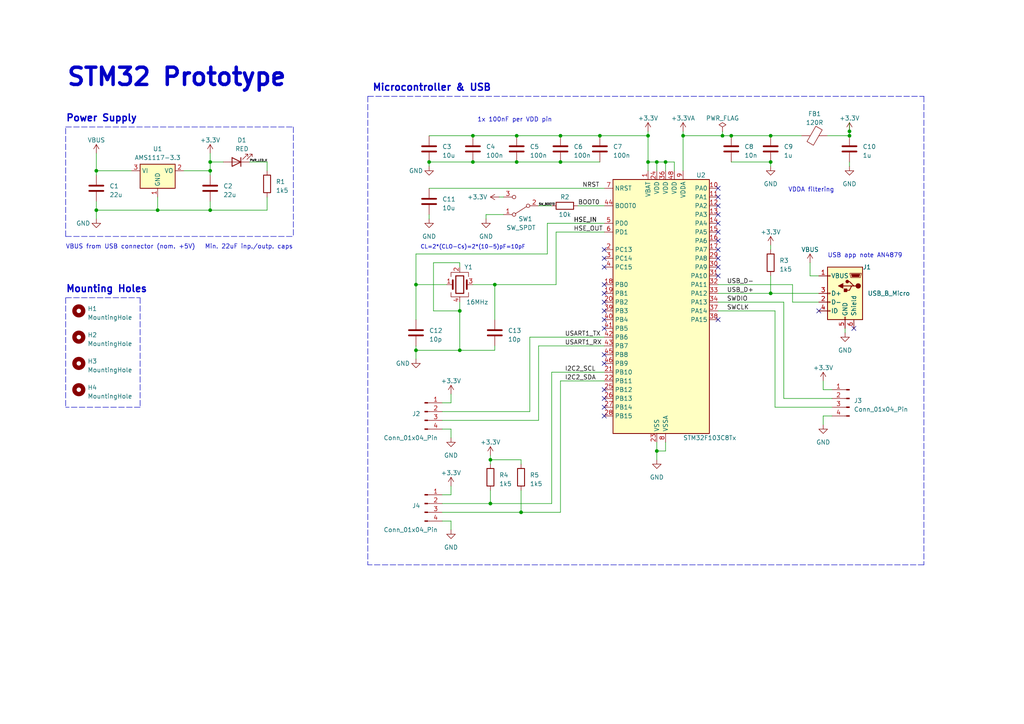
<source format=kicad_sch>
(kicad_sch (version 20230121) (generator eeschema)
  (paper "A4")
  (title_block (title "STM32 Prototype") (date "2023-05-26") (rev "0.1") (company "Udemy Course - Phils Lab"))
  (lib_symbols
    (symbol "Connector:Conn_01x04_Pin" (pin_names (offset 1.016) hide)
      (property "Reference" "J" (at 0 5.08 0))
      (property "Value" "Conn_01x04_Pin" (at 0 -7.62 0))
      (symbol "Conn_01x04_Pin_1_1"
        (polyline (pts (xy 1.27 -5.08) (xy 0.8636 -5.08)) (stroke (width 0.1524)))
        (polyline (pts (xy 1.27 -2.54) (xy 0.8636 -2.54)) (stroke (width 0.1524)))
        (polyline (pts (xy 1.27 0) (xy 0.8636 0)) (stroke (width 0.1524)))
        (polyline (pts (xy 1.27 2.54) (xy 0.8636 2.54)) (stroke (width 0.1524)))
        (rectangle (start 0.8636 -4.953) (end 0 -5.207) (stroke (width 0.1524)) (fill (type outline)))
        (rectangle (start 0.8636 -2.413) (end 0 -2.667) (stroke (width 0.1524)) (fill (type outline)))
        (rectangle (start 0.8636 0.127) (end 0 -0.127) (stroke (width 0.1524)) (fill (type outline)))
        (rectangle (start 0.8636 2.667) (end 0 2.413) (stroke (width 0.1524)) (fill (type outline)))
        (pin passive line (at 5.08 2.54 180) (length 3.81) (name "Pin_1") (number "1"))
        (pin passive line (at 5.08 0 180) (length 3.81) (name "Pin_2") (number "2"))
        (pin passive line (at 5.08 -2.54 180) (length 3.81) (name "Pin_3") (number "3"))
        (pin passive line (at 5.08 -5.08 180) (length 3.81) (name "Pin_4") (number "4"))
      )
    )
    (symbol "Connector:USB_B_Micro" (pin_names (offset 1.016))
      (property "Reference" "J" (at -5.08 11.43 0))
      (property "Value" "USB_B_Micro" (at -5.08 8.89 0))
      (symbol "USB_B_Micro_0_1"
        (rectangle (start -5.08 -7.62) (end 5.08 7.62) (stroke (width 0.254)) (fill (type background)))
        (circle (center -3.81 2.159) (radius 0.635) (stroke (width 0.254)) (fill (type outline)))
        (circle (center -0.635 3.429) (radius 0.381) (stroke (width 0.254)) (fill (type outline)))
        (rectangle (start -0.127 -7.62) (end 0.127 -6.858))
        (polyline (pts (xy -1.905 2.159) (xy 0.635 2.159)) (stroke (width 0.254)))
        (polyline (pts (xy -3.175 2.159) (xy -2.54 2.159) (xy -1.27 3.429) (xy -0.635 3.429)) (stroke (width 0.254)))
        (polyline (pts (xy -2.54 2.159) (xy -1.905 2.159) (xy -1.27 0.889) (xy 0 0.889)) (stroke (width 0.254)))
        (polyline (pts (xy 0.635 2.794) (xy 0.635 1.524) (xy 1.905 2.159) (xy 0.635 2.794)) (stroke (width 0.254)) (fill (type outline)))
        (polyline (pts (xy -4.318 5.588) (xy -1.778 5.588) (xy -2.032 4.826) (xy -4.064 4.826) (xy -4.318 5.588)) (fill (type outline)))
        (polyline (pts (xy -4.699 5.842) (xy -4.699 5.588) (xy -4.445 4.826) (xy -4.445 4.572) (xy -1.651 4.572) (xy -1.651 4.826) (xy -1.397 5.588) (xy -1.397 5.842) (xy -4.699 5.842)))
        (rectangle (start 0.254 1.27) (end -0.508 0.508) (stroke (width 0.254)) (fill (type outline)))
        (rectangle (start 5.08 -5.207) (end 4.318 -4.953))
        (rectangle (start 5.08 -2.667) (end 4.318 -2.413))
        (rectangle (start 5.08 -0.127) (end 4.318 0.127))
        (rectangle (start 5.08 4.953) (end 4.318 5.207))
      )
      (symbol "USB_B_Micro_1_1"
        (pin power_out line (at 7.62 5.08 180) (length 2.54) (name "VBUS") (number "1"))
        (pin bidirectional line (at 7.62 -2.54 180) (length 2.54) (name "D-") (number "2"))
        (pin bidirectional line (at 7.62 0 180) (length 2.54) (name "D+") (number "3"))
        (pin passive line (at 7.62 -5.08 180) (length 2.54) (name "ID") (number "4"))
        (pin power_out line (at 0 -10.16 90) (length 2.54) (name "GND") (number "5"))
        (pin passive line (at -2.54 -10.16 90) (length 2.54) (name "Shield") (number "6"))
      )
    )
    (symbol "Device:C" (pin_numbers hide) (pin_names (offset 0.254))
      (property "Reference" "C" (at 0.635 2.54 0))
      (property "Value" "C" (at 0.635 -2.54 0))
      (symbol "C_0_1"
        (polyline (pts (xy -2.032 -0.762) (xy 2.032 -0.762)) (stroke (width 0.508)))
        (polyline (pts (xy -2.032 0.762) (xy 2.032 0.762)) (stroke (width 0.508)))
      )
      (symbol "C_1_1"
        (pin passive line (at 0 3.81 270) (length 2.794) (name "~") (number "1"))
        (pin passive line (at 0 -3.81 90) (length 2.794) (name "~") (number "2"))
      )
    )
    (symbol "Device:Crystal_GND24" (pin_names (offset 1.016) hide)
      (property "Reference" "Y" (at 3.175 5.08 0))
      (property "Value" "Crystal_GND24" (at 3.175 3.175 0))
      (symbol "Crystal_GND24_0_1"
        (rectangle (start -1.143 2.54) (end 1.143 -2.54) (stroke (width 0.3048)))
        (polyline (pts (xy -2.54 0) (xy -2.032 0)))
        (polyline (pts (xy -2.032 -1.27) (xy -2.032 1.27)) (stroke (width 0.508)))
        (polyline (pts (xy 0 -3.81) (xy 0 -3.556)))
        (polyline (pts (xy 0 3.556) (xy 0 3.81)))
        (polyline (pts (xy 2.032 -1.27) (xy 2.032 1.27)) (stroke (width 0.508)))
        (polyline (pts (xy 2.032 0) (xy 2.54 0)))
        (polyline (pts (xy -2.54 -2.286) (xy -2.54 -3.556) (xy 2.54 -3.556) (xy 2.54 -2.286)))
        (polyline (pts (xy -2.54 2.286) (xy -2.54 3.556) (xy 2.54 3.556) (xy 2.54 2.286)))
      )
      (symbol "Crystal_GND24_1_1"
        (pin passive line (at -3.81 0 0) (length 1.27) (name "1") (number "1"))
        (pin passive line (at 0 5.08 270) (length 1.27) (name "2") (number "2"))
        (pin passive line (at 3.81 0 180) (length 1.27) (name "3") (number "3"))
        (pin passive line (at 0 -5.08 90) (length 1.27) (name "4") (number "4"))
      )
    )
    (symbol "Device:FerriteBead" (pin_numbers hide) (pin_names (offset 0))
      (property "Reference" "FB" (at -3.81 0.635 90))
      (property "Value" "FerriteBead" (at 3.81 0 90))
      (symbol "FerriteBead_0_1"
        (polyline (pts (xy 0 -1.27) (xy 0 -1.2192)))
        (polyline (pts (xy 0 1.27) (xy 0 1.2954)))
        (polyline (pts (xy -2.7686 0.4064) (xy -1.7018 2.2606) (xy 2.7686 -0.3048) (xy 1.6764 -2.159) (xy -2.7686 0.4064)))
      )
      (symbol "FerriteBead_1_1"
        (pin passive line (at 0 3.81 270) (length 2.54) (name "~") (number "1"))
        (pin passive line (at 0 -3.81 90) (length 2.54) (name "~") (number "2"))
      )
    )
    (symbol "Device:LED" (pin_numbers hide) (pin_names (offset 1.016) hide)
      (property "Reference" "D" (at 0 2.54 0))
      (property "Value" "LED" (at 0 -2.54 0))
      (symbol "LED_0_1"
        (polyline (pts (xy -1.27 -1.27) (xy -1.27 1.27)) (stroke (width 0.254)))
        (polyline (pts (xy -1.27 0) (xy 1.27 0)))
        (polyline (pts (xy 1.27 -1.27) (xy 1.27 1.27) (xy -1.27 0) (xy 1.27 -1.27)) (stroke (width 0.254)))
        (polyline (pts (xy -3.048 -0.762) (xy -4.572 -2.286) (xy -3.81 -2.286) (xy -4.572 -2.286) (xy -4.572 -1.524)))
        (polyline (pts (xy -1.778 -0.762) (xy -3.302 -2.286) (xy -2.54 -2.286) (xy -3.302 -2.286) (xy -3.302 -1.524)))
      )
      (symbol "LED_1_1"
        (pin passive line (at -3.81 0 0) (length 2.54) (name "K") (number "1"))
        (pin passive line (at 3.81 0 180) (length 2.54) (name "A") (number "2"))
      )
    )
    (symbol "Device:R" (pin_numbers hide) (pin_names (offset 0))
      (property "Reference" "R" (at 2.032 0 90))
      (property "Value" "R" (at 0 0 90))
      (symbol "R_0_1"
        (rectangle (start -1.016 -2.54) (end 1.016 2.54) (stroke (width 0.254)))
      )
      (symbol "R_1_1"
        (pin passive line (at 0 3.81 270) (length 1.27) (name "~") (number "1"))
        (pin passive line (at 0 -3.81 90) (length 1.27) (name "~") (number "2"))
      )
    )
    (symbol "MCU_ST_STM32F1:STM32F103C8Tx"
      (property "Reference" "U" (at -12.7 39.37 0))
      (property "Value" "STM32F103C8Tx" (at 10.16 39.37 0))
      (symbol "STM32F103C8Tx_0_1"
        (rectangle (start -12.7 -35.56) (end 15.24 38.1) (stroke (width 0.254)) (fill (type background)))
      )
      (symbol "STM32F103C8Tx_1_1"
        (pin power_in line (at -2.54 40.64 270) (length 2.54) (name "VBAT") (number "1"))
        (pin bidirectional line (at 17.78 35.56 180) (length 2.54) (name "PA0") (number "10"))
        (pin bidirectional line (at 17.78 33.02 180) (length 2.54) (name "PA1") (number "11"))
        (pin bidirectional line (at 17.78 30.48 180) (length 2.54) (name "PA2") (number "12"))
        (pin bidirectional line (at 17.78 27.94 180) (length 2.54) (name "PA3") (number "13"))
        (pin bidirectional line (at 17.78 25.4 180) (length 2.54) (name "PA4") (number "14"))
        (pin bidirectional line (at 17.78 22.86 180) (length 2.54) (name "PA5") (number "15"))
        (pin bidirectional line (at 17.78 20.32 180) (length 2.54) (name "PA6") (number "16"))
        (pin bidirectional line (at 17.78 17.78 180) (length 2.54) (name "PA7") (number "17"))
        (pin bidirectional line (at -15.24 7.62 0) (length 2.54) (name "PB0") (number "18"))
        (pin bidirectional line (at -15.24 5.08 0) (length 2.54) (name "PB1") (number "19"))
        (pin bidirectional line (at -15.24 17.78 0) (length 2.54) (name "PC13") (number "2"))
        (pin bidirectional line (at -15.24 2.54 0) (length 2.54) (name "PB2") (number "20"))
        (pin bidirectional line (at -15.24 -17.78 0) (length 2.54) (name "PB10") (number "21"))
        (pin bidirectional line (at -15.24 -20.32 0) (length 2.54) (name "PB11") (number "22"))
        (pin power_in line (at 0 -38.1 90) (length 2.54) (name "VSS") (number "23"))
        (pin power_in line (at 0 40.64 270) (length 2.54) (name "VDD") (number "24"))
        (pin bidirectional line (at -15.24 -22.86 0) (length 2.54) (name "PB12") (number "25"))
        (pin bidirectional line (at -15.24 -25.4 0) (length 2.54) (name "PB13") (number "26"))
        (pin bidirectional line (at -15.24 -27.94 0) (length 2.54) (name "PB14") (number "27"))
        (pin bidirectional line (at -15.24 -30.48 0) (length 2.54) (name "PB15") (number "28"))
        (pin bidirectional line (at 17.78 15.24 180) (length 2.54) (name "PA8") (number "29"))
        (pin bidirectional line (at -15.24 15.24 0) (length 2.54) (name "PC14") (number "3"))
        (pin bidirectional line (at 17.78 12.7 180) (length 2.54) (name "PA9") (number "30"))
        (pin bidirectional line (at 17.78 10.16 180) (length 2.54) (name "PA10") (number "31"))
        (pin bidirectional line (at 17.78 7.62 180) (length 2.54) (name "PA11") (number "32"))
        (pin bidirectional line (at 17.78 5.08 180) (length 2.54) (name "PA12") (number "33"))
        (pin bidirectional line (at 17.78 2.54 180) (length 2.54) (name "PA13") (number "34"))
        (pin passive line (at 0 -38.1 90) (length 2.54) hide (name "VSS") (number "35"))
        (pin power_in line (at 2.54 40.64 270) (length 2.54) (name "VDD") (number "36"))
        (pin bidirectional line (at 17.78 0 180) (length 2.54) (name "PA14") (number "37"))
        (pin bidirectional line (at 17.78 -2.54 180) (length 2.54) (name "PA15") (number "38"))
        (pin bidirectional line (at -15.24 0 0) (length 2.54) (name "PB3") (number "39"))
        (pin bidirectional line (at -15.24 12.7 0) (length 2.54) (name "PC15") (number "4"))
        (pin bidirectional line (at -15.24 -2.54 0) (length 2.54) (name "PB4") (number "40"))
        (pin bidirectional line (at -15.24 -5.08 0) (length 2.54) (name "PB5") (number "41"))
        (pin bidirectional line (at -15.24 -7.62 0) (length 2.54) (name "PB6") (number "42"))
        (pin bidirectional line (at -15.24 -10.16 0) (length 2.54) (name "PB7") (number "43"))
        (pin input line (at -15.24 30.48 0) (length 2.54) (name "BOOT0") (number "44"))
        (pin bidirectional line (at -15.24 -12.7 0) (length 2.54) (name "PB8") (number "45"))
        (pin bidirectional line (at -15.24 -15.24 0) (length 2.54) (name "PB9") (number "46"))
        (pin passive line (at 0 -38.1 90) (length 2.54) hide (name "VSS") (number "47"))
        (pin power_in line (at 5.08 40.64 270) (length 2.54) (name "VDD") (number "48"))
        (pin bidirectional line (at -15.24 25.4 0) (length 2.54) (name "PD0") (number "5"))
        (pin bidirectional line (at -15.24 22.86 0) (length 2.54) (name "PD1") (number "6"))
        (pin input line (at -15.24 35.56 0) (length 2.54) (name "NRST") (number "7"))
        (pin power_in line (at 2.54 -38.1 90) (length 2.54) (name "VSSA") (number "8"))
        (pin power_in line (at 7.62 40.64 270) (length 2.54) (name "VDDA") (number "9"))
      )
    )
    (symbol "Mechanical:MountingHole" (pin_names (offset 1.016))
      (property "Reference" "H" (at 0 5.08 0))
      (property "Value" "MountingHole" (at 0 3.175 0))
      (symbol "MountingHole_0_1"
        (circle (center 0 0) (radius 1.27) (stroke (width 1.27)))
      )
    )
    (symbol "Regulator_Linear:AMS1117-3.3"
      (property "Reference" "U" (at -3.81 3.175 0))
      (property "Value" "AMS1117-3.3" (at 0 3.175 0))
      (symbol "AMS1117-3.3_0_1"
        (rectangle (start -5.08 -5.08) (end 5.08 1.905) (stroke (width 0.254)) (fill (type background)))
      )
      (symbol "AMS1117-3.3_1_1"
        (pin power_in line (at 0 -7.62 90) (length 2.54) (name "GND") (number "1"))
        (pin power_out line (at 7.62 0 180) (length 2.54) (name "VO") (number "2"))
        (pin power_in line (at -7.62 0 0) (length 2.54) (name "VI") (number "3"))
      )
    )
    (symbol "Switch:SW_SPDT" (pin_names (offset 0) hide)
      (property "Reference" "SW" (at 0 4.318 0))
      (property "Value" "SW_SPDT" (at 0 -5.08 0))
      (symbol "SW_SPDT_0_0"
        (circle (center -2.032 0) (radius 0.508))
        (circle (center 2.032 -2.54) (radius 0.508))
      )
      (symbol "SW_SPDT_0_1"
        (polyline (pts (xy -1.524 0.254) (xy 1.651 2.286)))
        (circle (center 2.032 2.54) (radius 0.508))
      )
      (symbol "SW_SPDT_1_1"
        (pin passive line (at 5.08 2.54 180) (length 2.54) (name "A") (number "1"))
        (pin passive line (at -5.08 0 0) (length 2.54) (name "B") (number "2"))
        (pin passive line (at 5.08 -2.54 180) (length 2.54) (name "C") (number "3"))
      )
    )
    (symbol "power:+3.3V" (power) (pin_names (offset 0))
      (property "Value" "+3.3V" (at 0 3.556 0))
      (symbol "+3.3V_0_1"
        (polyline (pts (xy -0.762 1.27) (xy 0 2.54)))
        (polyline (pts (xy 0 0) (xy 0 2.54)))
        (polyline (pts (xy 0 2.54) (xy 0.762 1.27)))
      )
      (symbol "+3.3V_1_1"
        (pin power_in line (at 0 0 90) (length 0) hide (name "+3.3V") (number "1"))
      )
    )
    (symbol "power:+3.3VA" (power) (pin_names (offset 0))
      (property "Value" "+3.3VA" (at 0 3.556 0))
      (symbol "+3.3VA_0_1"
        (polyline (pts (xy -0.762 1.27) (xy 0 2.54)))
        (polyline (pts (xy 0 0) (xy 0 2.54)))
        (polyline (pts (xy 0 2.54) (xy 0.762 1.27)))
      )
      (symbol "+3.3VA_1_1"
        (pin power_in line (at 0 0 90) (length 0) hide (name "+3.3VA") (number "1"))
      )
    )
    (symbol "power:GND" (power) (pin_names (offset 0))
      (property "Value" "GND" (at 0 -3.81 0))
      (symbol "GND_0_1"
        (polyline (pts (xy 0 0) (xy 0 -1.27) (xy 1.27 -1.27) (xy 0 -2.54) (xy -1.27 -1.27) (xy 0 -1.27)))
      )
      (symbol "GND_1_1"
        (pin power_in line (at 0 0 270) (length 0) hide (name "GND") (number "1"))
      )
    )
    (symbol "power:PWR_FLAG" (power) (pin_numbers hide) (pin_names (offset 0) hide)
      (property "Value" "PWR_FLAG" (at 0 3.81 0))
      (symbol "PWR_FLAG_0_0"
        (pin power_out line (at 0 0 90) (length 0) (name "pwr") (number "1"))
      )
      (symbol "PWR_FLAG_0_1"
        (polyline (pts (xy 0 0) (xy 0 1.27) (xy -1.016 1.905) (xy 0 2.54) (xy 1.016 1.905) (xy 0 1.27)))
      )
    )
    (symbol "power:VBUS" (power) (pin_names (offset 0))
      (property "Value" "VBUS" (at 0 3.81 0))
      (symbol "VBUS_0_1"
        (polyline (pts (xy -0.762 1.27) (xy 0 2.54)))
        (polyline (pts (xy 0 0) (xy 0 2.54)))
        (polyline (pts (xy 0 2.54) (xy 0.762 1.27)))
      )
      (symbol "VBUS_1_1"
        (pin power_in line (at 0 0 90) (length 0) hide (name "VBUS") (number "1"))
      )
    )
  )
  (junction (at 187.96 46.99))
  (junction (at 137.16 46.99))
  (junction (at 173.99 39.37))
  (junction (at 60.96 60.96))
  (junction (at 246.38 39.37))
  (junction (at 193.04 46.99))
  (junction (at 209.55 39.37))
  (junction (at 60.96 49.53))
  (junction (at 137.16 39.37))
  (junction (at 27.94 60.96))
  (junction (at 143.51 82.55))
  (junction (at 149.86 39.37))
  (junction (at 120.65 101.6))
  (junction (at 190.5 130.81))
  (junction (at 45.72 60.96))
  (junction (at 187.96 39.37))
  (junction (at 223.52 39.37))
  (junction (at 27.94 49.53))
  (junction (at 124.46 46.99))
  (junction (at 142.24 146.05))
  (junction (at 120.65 82.55))
  (junction (at 162.56 46.99))
  (junction (at 212.09 39.37))
  (junction (at 190.5 46.99))
  (junction (at 246.38 38.1))
  (junction (at 151.13 148.59))
  (junction (at 133.35 101.6))
  (junction (at 149.86 46.99))
  (junction (at 60.96 46.99))
  (junction (at 198.12 39.37))
  (junction (at 133.35 90.17))
  (junction (at 223.52 85.09))
  (junction (at 162.56 39.37))
  (junction (at 142.24 133.35))
  (junction (at 223.52 46.99))
  (no_connect (at 208.28 72.39))
  (no_connect (at 208.28 92.71))
  (no_connect (at 208.28 59.69))
  (no_connect (at 175.26 120.65))
  (no_connect (at 175.26 90.17))
  (no_connect (at 175.26 102.87))
  (no_connect (at 175.26 72.39))
  (no_connect (at 208.28 67.31))
  (no_connect (at 175.26 77.47))
  (no_connect (at 175.26 115.57))
  (no_connect (at 208.28 62.23))
  (no_connect (at 175.26 82.55))
  (no_connect (at 237.49 90.17))
  (no_connect (at 175.26 87.63))
  (no_connect (at 208.28 80.01))
  (no_connect (at 175.26 105.41))
  (no_connect (at 208.28 54.61))
  (no_connect (at 208.28 74.93))
  (no_connect (at 175.26 85.09))
  (no_connect (at 175.26 113.03))
  (no_connect (at 175.26 92.71))
  (no_connect (at 208.28 69.85))
  (no_connect (at 208.28 64.77))
  (no_connect (at 175.26 74.93))
  (no_connect (at 247.65 95.25))
  (no_connect (at 175.26 95.25))
  (no_connect (at 208.28 77.47))
  (no_connect (at 208.28 57.15))
  (no_connect (at 175.26 118.11))
  (wire (pts (xy 190.5 128.27) (xy 190.5 130.81)))
  (wire (pts (xy 238.76 113.03) (xy 241.3 113.03)))
  (wire (pts (xy 124.46 46.99) (xy 137.16 46.99)))
  (wire (pts (xy 246.38 35.56) (xy 246.38 38.1)))
  (wire (pts (xy 187.96 38.1) (xy 187.96 39.37)))
  (wire (pts (xy 229.87 87.63) (xy 229.87 82.55)))
  (wire (pts (xy 246.38 38.1) (xy 246.38 39.37)))
  (wire (pts (xy 158.75 64.77) (xy 175.26 64.77)))
  (wire (pts (xy 193.04 130.81) (xy 193.04 128.27)))
  (wire (pts (xy 140.97 62.23) (xy 146.05 62.23)))
  (wire (pts (xy 156.21 121.92) (xy 128.27 121.92)))
  (wire (pts (xy 60.96 46.99) (xy 64.77 46.99)))
  (polyline (pts (xy 85.09 36.83) (xy 85.09 68.58)) (stroke (width 0) (type dash)))
  (wire (pts (xy 212.09 46.99) (xy 223.52 46.99)))
  (wire (pts (xy 133.35 87.63) (xy 133.35 90.17)))
  (wire (pts (xy 238.76 120.65) (xy 238.76 123.19)))
  (wire (pts (xy 151.13 133.35) (xy 142.24 133.35)))
  (wire (pts (xy 246.38 46.99) (xy 246.38 48.26)))
  (wire (pts (xy 142.24 133.35) (xy 142.24 134.62)))
  (wire (pts (xy 128.27 124.46) (xy 130.81 124.46)))
  (wire (pts (xy 130.81 140.97) (xy 130.81 143.51)))
  (wire (pts (xy 156.21 100.33) (xy 156.21 121.92)))
  (wire (pts (xy 187.96 39.37) (xy 187.96 46.99)))
  (wire (pts (xy 162.56 148.59) (xy 151.13 148.59)))
  (wire (pts (xy 158.75 64.77) (xy 158.75 73.66)))
  (wire (pts (xy 190.5 130.81) (xy 190.5 133.35)))
  (wire (pts (xy 245.11 95.25) (xy 245.11 96.52)))
  (wire (pts (xy 128.27 151.13) (xy 130.81 151.13)))
  (wire (pts (xy 208.28 90.17) (xy 224.79 90.17)))
  (wire (pts (xy 223.52 46.99) (xy 223.52 48.26)))
  (wire (pts (xy 77.47 46.99) (xy 77.47 49.53)))
  (wire (pts (xy 224.79 90.17) (xy 224.79 118.11)))
  (wire (pts (xy 77.47 57.15) (xy 77.47 60.96)))
  (wire (pts (xy 53.34 49.53) (xy 60.96 49.53)))
  (wire (pts (xy 198.12 39.37) (xy 198.12 49.53)))
  (wire (pts (xy 234.95 76.2) (xy 234.95 80.01)))
  (polyline (pts (xy 106.68 27.94) (xy 106.68 163.83)) (stroke (width 0) (type dash)))
  (wire (pts (xy 209.55 38.1) (xy 209.55 39.37)))
  (wire (pts (xy 133.35 101.6) (xy 120.65 101.6)))
  (wire (pts (xy 27.94 49.53) (xy 27.94 50.8)))
  (wire (pts (xy 133.35 77.47) (xy 133.35 76.2)))
  (wire (pts (xy 161.29 67.31) (xy 161.29 82.55)))
  (wire (pts (xy 137.16 82.55) (xy 143.51 82.55)))
  (polyline (pts (xy 19.05 68.58) (xy 85.09 68.58)) (stroke (width 0) (type dash)))
  (wire (pts (xy 153.67 97.79) (xy 175.26 97.79)))
  (polyline (pts (xy 40.64 86.36) (xy 40.64 118.11)) (stroke (width 0) (type dash)))
  (wire (pts (xy 149.86 46.99) (xy 162.56 46.99)))
  (wire (pts (xy 151.13 148.59) (xy 128.27 148.59)))
  (wire (pts (xy 193.04 46.99) (xy 193.04 49.53)))
  (wire (pts (xy 130.81 151.13) (xy 130.81 153.67)))
  (wire (pts (xy 234.95 80.01) (xy 237.49 80.01)))
  (wire (pts (xy 223.52 39.37) (xy 212.09 39.37)))
  (wire (pts (xy 124.46 39.37) (xy 137.16 39.37)))
  (wire (pts (xy 124.46 63.5) (xy 124.46 62.23)))
  (wire (pts (xy 27.94 44.45) (xy 27.94 49.53)))
  (wire (pts (xy 142.24 146.05) (xy 128.27 146.05)))
  (wire (pts (xy 223.52 71.12) (xy 223.52 72.39)))
  (polyline (pts (xy 19.05 68.58) (xy 19.05 36.83)) (stroke (width 0) (type dash)))
  (wire (pts (xy 120.65 73.66) (xy 120.65 82.55)))
  (wire (pts (xy 120.65 100.33) (xy 120.65 101.6)))
  (wire (pts (xy 151.13 142.24) (xy 151.13 148.59)))
  (wire (pts (xy 143.51 82.55) (xy 161.29 82.55)))
  (wire (pts (xy 161.29 67.31) (xy 175.26 67.31)))
  (wire (pts (xy 72.39 46.99) (xy 77.47 46.99)))
  (wire (pts (xy 162.56 110.49) (xy 162.56 148.59)))
  (wire (pts (xy 60.96 49.53) (xy 60.96 50.8)))
  (wire (pts (xy 60.96 44.45) (xy 60.96 46.99)))
  (wire (pts (xy 160.02 107.95) (xy 175.26 107.95)))
  (wire (pts (xy 223.52 80.01) (xy 223.52 85.09)))
  (wire (pts (xy 241.3 120.65) (xy 238.76 120.65)))
  (wire (pts (xy 151.13 134.62) (xy 151.13 133.35)))
  (wire (pts (xy 173.99 39.37) (xy 187.96 39.37)))
  (wire (pts (xy 137.16 39.37) (xy 149.86 39.37)))
  (wire (pts (xy 133.35 76.2) (xy 125.73 76.2)))
  (wire (pts (xy 227.33 87.63) (xy 227.33 115.57)))
  (wire (pts (xy 208.28 87.63) (xy 227.33 87.63)))
  (polyline (pts (xy 106.68 27.94) (xy 267.97 27.94)) (stroke (width 0) (type dash)))
  (wire (pts (xy 60.96 60.96) (xy 60.96 58.42)))
  (wire (pts (xy 60.96 46.99) (xy 60.96 49.53)))
  (wire (pts (xy 149.86 39.37) (xy 162.56 39.37)))
  (wire (pts (xy 240.03 39.37) (xy 246.38 39.37)))
  (wire (pts (xy 146.05 57.15) (xy 144.78 57.15)))
  (wire (pts (xy 124.46 54.61) (xy 175.26 54.61)))
  (wire (pts (xy 158.75 73.66) (xy 120.65 73.66)))
  (wire (pts (xy 224.79 118.11) (xy 241.3 118.11)))
  (polyline (pts (xy 267.97 27.94) (xy 267.97 163.83)) (stroke (width 0) (type dash)))
  (wire (pts (xy 125.73 90.17) (xy 133.35 90.17)))
  (polyline (pts (xy 40.64 118.11) (xy 19.05 118.11)) (stroke (width 0) (type dash)))
  (polyline (pts (xy 19.05 86.36) (xy 19.05 118.11)) (stroke (width 0) (type dash)))
  (wire (pts (xy 187.96 46.99) (xy 190.5 46.99)))
  (wire (pts (xy 143.51 101.6) (xy 133.35 101.6)))
  (wire (pts (xy 27.94 60.96) (xy 27.94 63.5)))
  (polyline (pts (xy 267.97 163.83) (xy 106.68 163.83)) (stroke (width 0) (type dash)))
  (wire (pts (xy 190.5 46.99) (xy 190.5 49.53)))
  (wire (pts (xy 238.76 110.49) (xy 238.76 113.03)))
  (wire (pts (xy 120.65 82.55) (xy 129.54 82.55)))
  (polyline (pts (xy 19.05 36.83) (xy 85.09 36.83)) (stroke (width 0) (type dash)))
  (wire (pts (xy 142.24 142.24) (xy 142.24 146.05)))
  (wire (pts (xy 130.81 124.46) (xy 130.81 127)))
  (wire (pts (xy 212.09 39.37) (xy 209.55 39.37)))
  (wire (pts (xy 153.67 119.38) (xy 128.27 119.38)))
  (wire (pts (xy 208.28 82.55) (xy 229.87 82.55)))
  (wire (pts (xy 187.96 46.99) (xy 187.96 49.53)))
  (wire (pts (xy 223.52 85.09) (xy 237.49 85.09)))
  (wire (pts (xy 133.35 90.17) (xy 133.35 101.6)))
  (wire (pts (xy 160.02 107.95) (xy 160.02 146.05)))
  (wire (pts (xy 140.97 62.23) (xy 140.97 63.5)))
  (wire (pts (xy 153.67 97.79) (xy 153.67 119.38)))
  (wire (pts (xy 143.51 100.33) (xy 143.51 101.6)))
  (wire (pts (xy 45.72 57.15) (xy 45.72 60.96)))
  (wire (pts (xy 190.5 46.99) (xy 193.04 46.99)))
  (wire (pts (xy 209.55 39.37) (xy 198.12 39.37)))
  (wire (pts (xy 143.51 82.55) (xy 143.51 92.71)))
  (wire (pts (xy 160.02 146.05) (xy 142.24 146.05)))
  (wire (pts (xy 142.24 132.08) (xy 142.24 133.35)))
  (wire (pts (xy 130.81 116.84) (xy 128.27 116.84)))
  (wire (pts (xy 162.56 46.99) (xy 173.99 46.99)))
  (wire (pts (xy 124.46 46.99) (xy 124.46 48.26)))
  (wire (pts (xy 156.21 59.69) (xy 160.02 59.69)))
  (wire (pts (xy 77.47 60.96) (xy 60.96 60.96)))
  (wire (pts (xy 130.81 143.51) (xy 128.27 143.51)))
  (wire (pts (xy 120.65 101.6) (xy 120.65 104.14)))
  (wire (pts (xy 27.94 60.96) (xy 45.72 60.96)))
  (wire (pts (xy 167.64 59.69) (xy 175.26 59.69)))
  (wire (pts (xy 198.12 38.1) (xy 198.12 39.37)))
  (polyline (pts (xy 19.05 86.36) (xy 40.64 86.36)) (stroke (width 0) (type dash)))
  (wire (pts (xy 208.28 85.09) (xy 223.52 85.09)))
  (wire (pts (xy 125.73 76.2) (xy 125.73 90.17)))
  (wire (pts (xy 137.16 46.99) (xy 149.86 46.99)))
  (wire (pts (xy 45.72 60.96) (xy 60.96 60.96)))
  (wire (pts (xy 195.58 46.99) (xy 195.58 49.53)))
  (wire (pts (xy 162.56 110.49) (xy 175.26 110.49)))
  (wire (pts (xy 190.5 130.81) (xy 193.04 130.81)))
  (wire (pts (xy 130.81 114.3) (xy 130.81 116.84)))
  (wire (pts (xy 193.04 46.99) (xy 195.58 46.99)))
  (wire (pts (xy 120.65 82.55) (xy 120.65 92.71)))
  (wire (pts (xy 38.1 49.53) (xy 27.94 49.53)))
  (wire (pts (xy 227.33 115.57) (xy 241.3 115.57)))
  (wire (pts (xy 223.52 39.37) (xy 232.41 39.37)))
  (wire (pts (xy 237.49 87.63) (xy 229.87 87.63)))
  (wire (pts (xy 162.56 39.37) (xy 173.99 39.37)))
  (wire (pts (xy 156.21 100.33) (xy 175.26 100.33)))
  (wire (pts (xy 27.94 58.42) (xy 27.94 60.96)))
  (text "CL=2*(CLO-Cs)=2*(10-5)pF=10pF" (at 121.92 72.39 0) (effects (font (size 1.12 1.12)) (justify left bottom)))
  (text "Microcontroller & USB" (at 107.95 26.67 0) (effects (font (size 2 2) (thickness 0.4) bold) (justify left bottom)))
  (text "VDDA filtering" (at 228.6 55.88 0) (effects (font (size 1.27 1.27)) (justify left bottom)))
  (text "USB app note AN4879" (at 240.03 74.93 0) (effects (font (size 1.27 1.27)) (justify left bottom)))
  (text "Mounting Holes" (at 19.05 85.09 0) (effects (font (size 2 2) (thickness 0.4) bold) (justify left bottom)))
  (text "VBUS from USB connector (nom. +5V)   Min. 22uF inp./outp. caps" (at 19.05 72.39 0) (effects (font (size 1.27 1.27)) (justify left bottom)))
  (text "Power Supply" (at 19.05 35.56 0) (effects (font (size 2 2) (thickness 0.4) bold) (justify left bottom)))
  (text "STM32 Prototype" (at 19.05 25.4 0) (effects (font (size 5 5) (thickness 1) bold) (justify left bottom)))
  (text "1x 100nF per VDD pin" (at 138.43 35.56 0) (effects (font (size 1.27 1.27)) (justify left bottom)))
  (label "BOOT0" (at 167.64 59.69 0))
  (label "HSE_IN" (at 166.37 64.77 0))
  (label "HSE_OUT" (at 166.37 67.31 0))
  (label "USART1_TX" (at 163.83 97.79 0))
  (label "SWDIO" (at 210.82 87.63 0))
  (label "USB_D-" (at 210.82 82.55 0))
  (label "I2C2_SCL" (at 163.83 107.95 0))
  (label "I2C2_SDA" (at 163.83 110.49 0))
  (label "SW_BOOT0" (at 156.21 59.69 0) (effects (font (size 0.6 0.6))))
  (label "USART1_RX" (at 163.83 100.33 0))
  (label "PWR_LED_K" (at 72.39 46.99 0) (effects (font (size 0.6 0.6))))
  (label "HSE_IN" (at 166.37 64.77 0))
  (label "SWCLK" (at 210.82 90.17 0))
  (label "NRST" (at 168.91 54.61 0))
  (label "USB_D+" (at 210.82 85.09 0))
  (symbol (lib_id "Device:C") (at 60.96 54.61 0) (unit 1)
    (property "Reference" "C2" (at 64.77 53.975 0) (effects (justify left)))
    (property "Value" "22u" (at 64.77 56.515 0) (effects (justify left)))
  )
  (symbol (lib_id "power:+3.3V") (at 187.96 38.1 0) (unit 1)
    (property "Reference" "#PWR02" (effects hide))
    (property "Value" "+3.3V" (at 187.96 34.29 0))
  )
  (symbol (lib_id "Switch:SW_SPDT") (at 151.13 59.69 180) (unit 1)
    (property "Reference" "SW1" (at 152.4 63.5 0))
    (property "Value" "SW_SPDT" (at 151.13 66.04 0))
    (property "Footprint" "Button_Switch_SMD:SW_SPDT_PCM12" (effects hide))
  )
  (symbol (lib_id "Device:R") (at 223.52 76.2 0) (unit 1)
    (property "Reference" "R3" (at 226.06 75.565 0) (effects (justify left)))
    (property "Value" "1k5" (at 226.06 78.105 0) (effects (justify left)))
  )
  (symbol (lib_id "Device:C") (at 162.56 43.18 0) (unit 1)
    (property "Reference" "C6" (at 166.37 42.545 0) (effects (justify left)))
    (property "Value" "100n" (at 166.37 45.085 0) (effects (justify left)))
  )
  (symbol (lib_id "power:+3.3V") (at 60.96 44.45 0) (unit 1)
    (property "Reference" "#PWR019" (effects hide))
    (property "Value" "+3.3V" (at 60.96 40.64 0))
  )
  (symbol (lib_id "Device:R") (at 163.83 59.69 90) (unit 1)
    (property "Reference" "R2" (at 163.83 57.15 90))
    (property "Value" "10k" (at 163.83 62.23 90))
  )
  (symbol (lib_id "power:GND") (at 130.81 153.67 0) (mirror y) (unit 1)
    (property "Reference" "#PWR023" (effects hide))
    (property "Value" "GND" (at 130.81 158.75 0))
  )
  (symbol (lib_id "Mechanical:MountingHole") (at 22.86 97.79 0) (unit 1)
    (property "Reference" "H2" (at 25.4 97.155 0) (effects (justify left)))
    (property "Value" "MountingHole" (at 25.4 99.695 0) (effects (justify left)))
    (property "Footprint" "MountingHole:MountingHole_2.2mm_M2" (effects hide))
  )
  (symbol (lib_id "power:GND") (at 246.38 48.26 0) (unit 1)
    (property "Reference" "#PWR06" (effects hide))
    (property "Value" "GND" (at 246.38 53.34 0))
  )
  (symbol (lib_id "Device:R") (at 142.24 138.43 0) (unit 1)
    (property "Reference" "R4" (at 144.78 137.795 0) (effects (justify left)))
    (property "Value" "1k5" (at 144.78 140.335 0) (effects (justify left)))
  )
  (symbol (lib_id "Device:C") (at 120.65 96.52 0) (unit 1)
    (property "Reference" "C12" (at 124.46 95.885 0) (effects (justify left)))
    (property "Value" "10p" (at 124.46 98.425 0) (effects (justify left)))
  )
  (symbol (lib_id "power:VBUS") (at 234.95 76.2 0) (unit 1)
    (property "Reference" "#PWR013" (effects hide))
    (property "Value" "VBUS" (at 234.95 72.39 0))
  )
  (symbol (lib_id "power:PWR_FLAG") (at 209.55 38.1 0) (unit 1)
    (property "Reference" "#FLG01" (effects hide))
    (property "Value" "PWR_FLAG" (at 209.55 34.29 0))
  )
  (symbol (lib_id "power:GND") (at 124.46 63.5 0) (unit 1)
    (property "Reference" "#PWR08" (effects hide))
    (property "Value" "GND" (at 124.46 68.58 0))
  )
  (symbol (lib_id "power:+3.3V") (at 238.76 110.49 0) (unit 1)
    (property "Reference" "#PWR015" (effects hide))
    (property "Value" "+3.3V" (at 238.76 106.68 0))
  )
  (symbol (lib_id "Device:C") (at 124.46 58.42 0) (unit 1)
    (property "Reference" "C11" (at 128.27 57.785 0) (effects (justify left)))
    (property "Value" "10u" (at 128.27 60.325 0) (effects (justify left)))
  )
  (symbol (lib_id "power:+3.3VA") (at 198.12 38.1 0) (unit 1)
    (property "Reference" "#PWR04" (effects hide))
    (property "Value" "+3.3VA" (at 198.12 34.29 0))
  )
  (symbol (lib_id "Device:C") (at 246.38 43.18 0) (unit 1)
    (property "Reference" "C10" (at 250.19 42.545 0) (effects (justify left)))
    (property "Value" "1u" (at 250.19 45.085 0) (effects (justify left)))
  )
  (symbol (lib_id "Device:R") (at 151.13 138.43 0) (unit 1)
    (property "Reference" "R5" (at 153.67 137.795 0) (effects (justify left)))
    (property "Value" "1k5" (at 153.67 140.335 0) (effects (justify left)))
  )
  (symbol (lib_id "Connector:Conn_01x04_Pin") (at 246.38 115.57 0) (mirror y) (unit 1)
    (property "Reference" "J3" (at 247.65 116.205 0) (effects (justify right)))
    (property "Value" "Conn_01x04_Pin" (at 247.65 118.745 0) (effects (justify right)))
  )
  (symbol (lib_id "Device:C") (at 137.16 43.18 0) (unit 1)
    (property "Reference" "C4" (at 140.97 42.545 0) (effects (justify left)))
    (property "Value" "100n" (at 140.97 45.085 0) (effects (justify left)))
  )
  (symbol (lib_id "power:VBUS") (at 27.94 44.45 0) (unit 1)
    (property "Reference" "#PWR018" (effects hide))
    (property "Value" "VBUS" (at 27.94 40.64 0))
  )
  (symbol (lib_id "power:GND") (at 27.94 63.5 0) (unit 1)
    (property "Reference" "#PWR017" (effects hide))
    (property "Value" "GND" (at 24.13 64.77 0))
  )
  (symbol (lib_id "power:GND") (at 120.65 104.14 0) (unit 1)
    (property "Reference" "#PWR011" (effects hide))
    (property "Value" "GND" (at 116.84 105.41 0))
  )
  (symbol (lib_id "power:GND") (at 223.52 48.26 0) (unit 1)
    (property "Reference" "#PWR05" (effects hide))
    (property "Value" "GND" (at 223.52 53.34 0))
  )
  (symbol (lib_id "Device:C") (at 124.46 43.18 0) (unit 1)
    (property "Reference" "C3" (at 128.27 42.545 0) (effects (justify left)))
    (property "Value" "10u" (at 128.27 45.085 0) (effects (justify left)))
  )
  (symbol (lib_id "power:GND") (at 124.46 48.26 0) (unit 1)
    (property "Reference" "#PWR03" (effects hide))
    (property "Value" "GND" (at 120.65 49.53 0))
  )
  (symbol (lib_id "power:+3.3V") (at 246.38 38.1 0) (unit 1)
    (property "Reference" "#PWR07" (effects hide))
    (property "Value" "+3.3V" (at 246.38 34.29 0))
  )
  (symbol (lib_id "power:+3.3V") (at 130.81 114.3 0) (mirror y) (unit 1)
    (property "Reference" "#PWR020" (effects hide))
    (property "Value" "+3.3V" (at 130.81 110.49 0))
  )
  (symbol (lib_id "power:GND") (at 238.76 123.19 0) (unit 1)
    (property "Reference" "#PWR016" (effects hide))
    (property "Value" "GND" (at 238.76 128.27 0))
  )
  (symbol (lib_id "Mechanical:MountingHole") (at 22.86 90.17 0) (unit 1)
    (property "Reference" "H1" (at 25.4 89.535 0) (effects (justify left)))
    (property "Value" "MountingHole" (at 25.4 92.075 0) (effects (justify left)))
    (property "Footprint" "MountingHole:MountingHole_2.2mm_M2" (effects hide))
  )
  (symbol (lib_id "power:+3.3V") (at 142.24 132.08 0) (unit 1)
    (property "Reference" "#PWR024" (effects hide))
    (property "Value" "+3.3V" (at 142.24 128.27 0))
  )
  (symbol (lib_id "Device:C") (at 149.86 43.18 0) (unit 1)
    (property "Reference" "C5" (at 153.67 42.545 0) (effects (justify left)))
    (property "Value" "100n" (at 153.67 45.085 0) (effects (justify left)))
  )
  (symbol (lib_id "Connector:Conn_01x04_Pin") (at 123.19 119.38 0) (unit 1)
    (property "Reference" "J2" (at 121.92 120.015 0) (effects (justify right)))
    (property "Value" "Conn_01x04_Pin" (at 127 127 0) (effects (justify right)))
  )
  (symbol (lib_id "MCU_ST_STM32F1:STM32F103C8Tx") (at 190.5 90.17 0) (unit 1)
    (property "Reference" "U2" (at 201.93 50.8 0) (effects (justify left)))
    (property "Value" "STM32F103C8Tx" (at 198.12 127 0) (effects (justify left)))
    (property "Footprint" "Package_QFP:LQFP-48_7x7mm_P0.5mm" (effects hide))
    (property "Datasheet" "https://www.st.com/resource/en/datasheet/stm32f103c8.pdf" (effects hide))
  )
  (symbol (lib_id "Connector:USB_B_Micro") (at 245.11 85.09 0) (mirror y) (unit 1)
    (property "Reference" "J1" (at 251.46 77.47 0))
    (property "Value" "USB_B_Micro" (at 257.81 85.09 0))
  )
  (symbol (lib_id "Mechanical:MountingHole") (at 22.86 113.03 0) (unit 1)
    (property "Reference" "H4" (at 25.4 112.395 0) (effects (justify left)))
    (property "Value" "MountingHole" (at 25.4 114.935 0) (effects (justify left)))
    (property "Footprint" "MountingHole:MountingHole_2.2mm_M2" (effects hide))
  )
  (symbol (lib_id "power:+3.3V") (at 223.52 71.12 0) (unit 1)
    (property "Reference" "#PWR014" (effects hide))
    (property "Value" "+3.3V" (at 223.52 67.31 0))
  )
  (symbol (lib_id "Device:Crystal_GND24") (at 133.35 82.55 0) (unit 1)
    (property "Reference" "Y1" (at 135.89 77.47 0))
    (property "Value" "16MHz" (at 138.43 87.63 0))
  )
  (symbol (lib_id "power:GND") (at 190.5 133.35 0) (unit 1)
    (property "Reference" "#PWR01" (effects hide))
    (property "Value" "GND" (at 190.5 138.43 0))
  )
  (symbol (lib_id "Mechanical:MountingHole") (at 22.86 105.41 0) (unit 1)
    (property "Reference" "H3" (at 25.4 104.775 0) (effects (justify left)))
    (property "Value" "MountingHole" (at 25.4 107.315 0) (effects (justify left)))
    (property "Footprint" "MountingHole:MountingHole_2.2mm_M2" (effects hide))
  )
  (symbol (lib_id "Device:FerriteBead") (at 236.22 39.37 270) (unit 1)
    (property "Reference" "FB1" (at 236.2708 33.02 90))
    (property "Value" "120R" (at 236.2708 35.56 90))
  )
  (symbol (lib_id "Device:C") (at 212.09 43.18 0) (unit 1)
    (property "Reference" "C8" (at 215.9 42.545 0) (effects (justify left)))
    (property "Value" "10n" (at 215.9 45.085 0) (effects (justify left)))
  )
  (symbol (lib_id "power:GND") (at 245.11 96.52 0) (unit 1)
    (property "Reference" "#PWR012" (effects hide))
    (property "Value" "GND" (at 245.11 101.6 0))
  )
  (symbol (lib_id "Regulator_Linear:AMS1117-3.3") (at 45.72 49.53 0) (unit 1)
    (property "Reference" "U1" (at 45.72 43.18 0))
    (property "Value" "AMS1117-3.3" (at 45.72 45.72 0))
    (property "Footprint" "Package_TO_SOT_SMD:SOT-223-3_TabPin2" (effects hide))
    (property "Datasheet" "http://www.advanced-monolithic.com/pdf/ds1117.pdf" (effects hide))
  )
  (symbol (lib_id "power:GND") (at 140.97 63.5 0) (unit 1)
    (property "Reference" "#PWR09" (effects hide))
    (property "Value" "GND" (at 140.97 68.58 0))
  )
  (symbol (lib_id "power:+3.3V") (at 144.78 57.15 90) (unit 1)
    (property "Reference" "#PWR010" (effects hide))
    (property "Value" "+3.3V" (at 138.43 57.15 90))
  )
  (symbol (lib_id "power:GND") (at 130.81 127 0) (mirror y) (unit 1)
    (property "Reference" "#PWR021" (effects hide))
    (property "Value" "GND" (at 130.81 132.08 0))
  )
  (symbol (lib_id "Device:C") (at 173.99 43.18 0) (unit 1)
    (property "Reference" "C7" (at 177.8 42.545 0) (effects (justify left)))
    (property "Value" "100n" (at 177.8 45.085 0) (effects (justify left)))
  )
  (symbol (lib_id "Device:LED") (at 68.58 46.99 180) (unit 1)
    (property "Reference" "D1" (at 70.1675 40.64 0))
    (property "Value" "RED" (at 70.1675 43.18 0))
  )
  (symbol (lib_id "Device:C") (at 223.52 43.18 0) (unit 1)
    (property "Reference" "C9" (at 227.33 42.545 0) (effects (justify left)))
    (property "Value" "1u" (at 227.33 45.085 0) (effects (justify left)))
  )
  (symbol (lib_id "power:+3.3V") (at 130.81 140.97 0) (mirror y) (unit 1)
    (property "Reference" "#PWR022" (effects hide))
    (property "Value" "+3.3V" (at 130.81 137.16 0))
  )
  (symbol (lib_id "Connector:Conn_01x04_Pin") (at 123.19 146.05 0) (unit 1)
    (property "Reference" "J4" (at 121.92 146.685 0) (effects (justify right)))
    (property "Value" "Conn_01x04_Pin" (at 127 153.67 0) (effects (justify right)))
  )
  (symbol (lib_id "Device:C") (at 143.51 96.52 0) (unit 1)
    (property "Reference" "C13" (at 147.32 95.885 0) (effects (justify left)))
    (property "Value" "10p" (at 147.32 98.425 0) (effects (justify left)))
  )
  (symbol (lib_id "Device:R") (at 77.47 53.34 0) (unit 1)
    (property "Reference" "R1" (at 80.01 52.705 0) (effects (justify left)))
    (property "Value" "1k5" (at 80.01 55.245 0) (effects (justify left)))
  )
  (symbol (lib_id "Device:C") (at 27.94 54.61 0) (unit 1)
    (property "Reference" "C1" (at 31.75 53.975 0) (effects (justify left)))
    (property "Value" "22u" (at 31.75 56.515 0) (effects (justify left)))
  )
)
</source>
